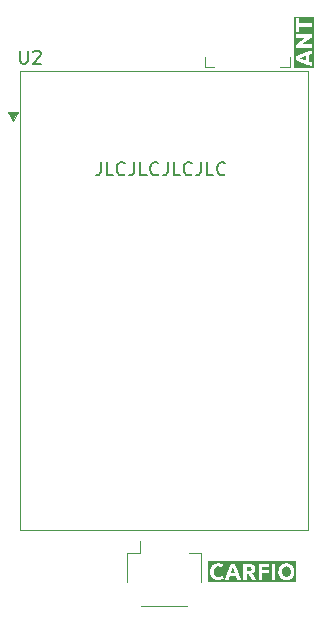
<source format=gbr>
%TF.GenerationSoftware,KiCad,Pcbnew,8.0.5*%
%TF.CreationDate,2024-10-25T02:08:45-07:00*%
%TF.ProjectId,ChungRF,4368756e-6752-4462-9e6b-696361645f70,R3*%
%TF.SameCoordinates,Original*%
%TF.FileFunction,Legend,Top*%
%TF.FilePolarity,Positive*%
%FSLAX46Y46*%
G04 Gerber Fmt 4.6, Leading zero omitted, Abs format (unit mm)*
G04 Created by KiCad (PCBNEW 8.0.5) date 2024-10-25 02:08:45*
%MOMM*%
%LPD*%
G01*
G04 APERTURE LIST*
%ADD10C,0.300000*%
%ADD11C,0.155000*%
%ADD12C,0.120000*%
%ADD13C,0.100000*%
G04 APERTURE END LIST*
D10*
G36*
X175912323Y-109875580D02*
G01*
X175981849Y-109884088D01*
X176049079Y-109906423D01*
X176053310Y-109908394D01*
X176111654Y-109944207D01*
X176163287Y-109995327D01*
X176171814Y-110006306D01*
X176208679Y-110067419D01*
X176234410Y-110133813D01*
X176244003Y-110170018D01*
X176255568Y-110242032D01*
X176259030Y-110314015D01*
X176257852Y-110356616D01*
X176250351Y-110425306D01*
X176234410Y-110493534D01*
X176229602Y-110508280D01*
X176202076Y-110572009D01*
X176163287Y-110630994D01*
X176160380Y-110634558D01*
X176108063Y-110684599D01*
X176049079Y-110719556D01*
X176036234Y-110725117D01*
X175967502Y-110744717D01*
X175896574Y-110750673D01*
X175880524Y-110750399D01*
X175810157Y-110741891D01*
X175743042Y-110719556D01*
X175681151Y-110681857D01*
X175629518Y-110630994D01*
X175621052Y-110619966D01*
X175584402Y-110559058D01*
X175558737Y-110493534D01*
X175549144Y-110457595D01*
X175537579Y-110385903D01*
X175534117Y-110314015D01*
X175535295Y-110272182D01*
X175542797Y-110204197D01*
X175558737Y-110135865D01*
X175563542Y-110120877D01*
X175590975Y-110056419D01*
X175629518Y-109997379D01*
X175632445Y-109993792D01*
X175684719Y-109943217D01*
X175743042Y-109907449D01*
X175755780Y-109901705D01*
X175824607Y-109881459D01*
X175896574Y-109875306D01*
X175912323Y-109875580D01*
G37*
G36*
X171364808Y-109953533D02*
G01*
X171391514Y-110018579D01*
X171411610Y-110069990D01*
X171438018Y-110135523D01*
X171443043Y-110147828D01*
X171468889Y-110213048D01*
X171494096Y-110279479D01*
X171505312Y-110309236D01*
X171530026Y-110375524D01*
X171555303Y-110444295D01*
X171167202Y-110444295D01*
X171178962Y-110412759D01*
X171204197Y-110346245D01*
X171229093Y-110282215D01*
X171234815Y-110267812D01*
X171260247Y-110202905D01*
X171285171Y-110137574D01*
X171305048Y-110085161D01*
X171330649Y-110017895D01*
X171334277Y-110008415D01*
X171360056Y-109944036D01*
X171364808Y-109953533D01*
G37*
G36*
X172654228Y-109897232D02*
G01*
X172730344Y-109901298D01*
X172801530Y-109913620D01*
X172868353Y-109939249D01*
X172890222Y-109953688D01*
X172931735Y-110009040D01*
X172944264Y-110080128D01*
X172942435Y-110110930D01*
X172920570Y-110177261D01*
X172869379Y-110226479D01*
X172831904Y-110243133D01*
X172762020Y-110259830D01*
X172692265Y-110267176D01*
X172621130Y-110269221D01*
X172534620Y-110269221D01*
X172534620Y-109903345D01*
X172584885Y-109899242D01*
X172645066Y-109897191D01*
X172654228Y-109897232D01*
G37*
G36*
X176731564Y-111168839D02*
G01*
X169275958Y-111168839D01*
X169275958Y-110314015D01*
X169431514Y-110314015D01*
X169431684Y-110334810D01*
X169435763Y-110415003D01*
X169445282Y-110490419D01*
X169460239Y-110561059D01*
X169480635Y-110626923D01*
X169513779Y-110702535D01*
X169555421Y-110770685D01*
X169605562Y-110831371D01*
X169616616Y-110842562D01*
X169676536Y-110893192D01*
X169744202Y-110934940D01*
X169819616Y-110967805D01*
X169885525Y-110987701D01*
X169956392Y-111001913D01*
X170032217Y-111010440D01*
X170113001Y-111013283D01*
X170170022Y-111012177D01*
X170241936Y-111007261D01*
X170317220Y-110997031D01*
X170342898Y-110991399D01*
X170676860Y-110991399D01*
X170995890Y-110991399D01*
X170998602Y-110982659D01*
X171020226Y-110915835D01*
X171044103Y-110846758D01*
X171045769Y-110842067D01*
X171070433Y-110774181D01*
X171096078Y-110706904D01*
X171628137Y-110706904D01*
X171629740Y-110710975D01*
X171655578Y-110778732D01*
X171680112Y-110846758D01*
X171683425Y-110856098D01*
X171707002Y-110924875D01*
X171728325Y-110991399D01*
X172057271Y-110991399D01*
X172038160Y-110937121D01*
X172014617Y-110870731D01*
X171991457Y-110805962D01*
X171964173Y-110730375D01*
X171937441Y-110657121D01*
X171911263Y-110586200D01*
X171906970Y-110574595D01*
X171881325Y-110505849D01*
X171855871Y-110438617D01*
X171830611Y-110372901D01*
X171805542Y-110308699D01*
X171776539Y-110235711D01*
X171760136Y-110194855D01*
X171731483Y-110124616D01*
X171702896Y-110055980D01*
X171674374Y-109988948D01*
X171645918Y-109923520D01*
X171629643Y-109886617D01*
X171601009Y-109822577D01*
X171572179Y-109759224D01*
X171543152Y-109696559D01*
X171530696Y-109670142D01*
X172227557Y-109670142D01*
X172227557Y-109903345D01*
X172227557Y-110991399D01*
X172534620Y-110991399D01*
X172534620Y-110531831D01*
X172686441Y-110531831D01*
X172723306Y-110574797D01*
X172765087Y-110628942D01*
X172804923Y-110684251D01*
X172845101Y-110742808D01*
X172847621Y-110746552D01*
X172887393Y-110807449D01*
X172923747Y-110866248D01*
X172926161Y-110870201D01*
X172962045Y-110929165D01*
X172999658Y-110991399D01*
X173344333Y-110991399D01*
X173533768Y-110991399D01*
X173840830Y-110991399D01*
X174658067Y-110991399D01*
X174965129Y-110991399D01*
X174965129Y-110314015D01*
X175217139Y-110314015D01*
X175217346Y-110335396D01*
X175221331Y-110407683D01*
X175230389Y-110476009D01*
X175246952Y-110549249D01*
X175270139Y-110617316D01*
X175287761Y-110657100D01*
X175324276Y-110723494D01*
X175366957Y-110783180D01*
X175415806Y-110836158D01*
X175445532Y-110862568D01*
X175502910Y-110904805D01*
X175565264Y-110940226D01*
X175632596Y-110968830D01*
X175679695Y-110983937D01*
X175752418Y-111000737D01*
X175827630Y-111010504D01*
X175896574Y-111013283D01*
X175949780Y-111011720D01*
X176018702Y-111004774D01*
X176093481Y-110990319D01*
X176165338Y-110968830D01*
X176203605Y-110953780D01*
X176268234Y-110921389D01*
X176327400Y-110882181D01*
X176381102Y-110836158D01*
X176413724Y-110801584D01*
X176457563Y-110744134D01*
X176495289Y-110679977D01*
X176523691Y-110617316D01*
X176530027Y-110600784D01*
X176551280Y-110531424D01*
X176565995Y-110456892D01*
X176573505Y-110387433D01*
X176576008Y-110314015D01*
X176575800Y-110292636D01*
X176571789Y-110220375D01*
X176562673Y-110152107D01*
X176546003Y-110078974D01*
X176522666Y-110011057D01*
X176505135Y-109971157D01*
X176468698Y-109904514D01*
X176425986Y-109844525D01*
X176376999Y-109791189D01*
X176347372Y-109764393D01*
X176290129Y-109721672D01*
X176227856Y-109686038D01*
X176160551Y-109657491D01*
X176113452Y-109642268D01*
X176040729Y-109625339D01*
X175965517Y-109615496D01*
X175896574Y-109612696D01*
X175854460Y-109613790D01*
X175780214Y-109621270D01*
X175707969Y-109635837D01*
X175637725Y-109657491D01*
X175599975Y-109672476D01*
X175535643Y-109704960D01*
X175475963Y-109744531D01*
X175420935Y-109791189D01*
X175387263Y-109826007D01*
X175341760Y-109883778D01*
X175302260Y-109948204D01*
X175272191Y-110011057D01*
X175265525Y-110027547D01*
X175243160Y-110096769D01*
X175227676Y-110171205D01*
X175219773Y-110240614D01*
X175217139Y-110314015D01*
X174965129Y-110314015D01*
X174965129Y-109634581D01*
X174658067Y-109634581D01*
X174658067Y-110991399D01*
X173840830Y-110991399D01*
X173840830Y-110422410D01*
X174380754Y-110422410D01*
X174380754Y-110159800D01*
X173840830Y-110159800D01*
X173840830Y-109897191D01*
X174447432Y-109897191D01*
X174447432Y-109634581D01*
X173533768Y-109634581D01*
X173533768Y-110991399D01*
X173344333Y-110991399D01*
X173335352Y-110973922D01*
X173302487Y-110912166D01*
X173267397Y-110849493D01*
X173257005Y-110831461D01*
X173219877Y-110769780D01*
X173181570Y-110710324D01*
X173173287Y-110697806D01*
X173134317Y-110640659D01*
X173091982Y-110581754D01*
X173050493Y-110527132D01*
X173005471Y-110472676D01*
X173028233Y-110462585D01*
X173090390Y-110428165D01*
X173148666Y-110382624D01*
X173195590Y-110329403D01*
X173214602Y-110299528D01*
X173242959Y-110231714D01*
X173257459Y-110161489D01*
X173261584Y-110091754D01*
X173260946Y-110062915D01*
X173251369Y-109982184D01*
X173230299Y-109910132D01*
X173197737Y-109846760D01*
X173153683Y-109792067D01*
X173098137Y-109746053D01*
X173066225Y-109726132D01*
X172994810Y-109692167D01*
X172927566Y-109669851D01*
X172853293Y-109652978D01*
X172771990Y-109641548D01*
X172701887Y-109636322D01*
X172627285Y-109634581D01*
X172577965Y-109635203D01*
X172506566Y-109637968D01*
X172435457Y-109642445D01*
X172369019Y-109648529D01*
X172297480Y-109657922D01*
X172227557Y-109670142D01*
X171530696Y-109670142D01*
X171513929Y-109634581D01*
X171220202Y-109634581D01*
X171203014Y-109669913D01*
X171173321Y-109732284D01*
X171144119Y-109795342D01*
X171115408Y-109859087D01*
X171087188Y-109923520D01*
X171071170Y-109960711D01*
X171042985Y-110027056D01*
X171014603Y-110095004D01*
X170986025Y-110164556D01*
X170957250Y-110235711D01*
X170953144Y-110246012D01*
X170924210Y-110319294D01*
X170899150Y-110383748D01*
X170875928Y-110444295D01*
X170873849Y-110449717D01*
X170848308Y-110517201D01*
X170822526Y-110586200D01*
X170800848Y-110645139D01*
X170774305Y-110718004D01*
X170747184Y-110793202D01*
X170724144Y-110857648D01*
X170700702Y-110923713D01*
X170676860Y-110991399D01*
X170342898Y-110991399D01*
X170386553Y-110981824D01*
X170442374Y-110965454D01*
X170508242Y-110941409D01*
X170569832Y-110910701D01*
X170485373Y-110673736D01*
X170428269Y-110699382D01*
X170422284Y-110701922D01*
X170355436Y-110724001D01*
X170328408Y-110730540D01*
X170260719Y-110742808D01*
X170211660Y-110748184D01*
X170140698Y-110750673D01*
X170095678Y-110749037D01*
X170025505Y-110738618D01*
X169959470Y-110716479D01*
X169945678Y-110709851D01*
X169887914Y-110673199D01*
X169838081Y-110623471D01*
X169829648Y-110612248D01*
X169794155Y-110550273D01*
X169771061Y-110483618D01*
X169763066Y-110447408D01*
X169753429Y-110376948D01*
X169750544Y-110308202D01*
X169753033Y-110244850D01*
X169762833Y-110175060D01*
X169782003Y-110108509D01*
X169788084Y-110093326D01*
X169821314Y-110029540D01*
X169865778Y-109974127D01*
X169921942Y-109929333D01*
X169985799Y-109898900D01*
X170054529Y-109881205D01*
X170124627Y-109875306D01*
X170170072Y-109876435D01*
X170242953Y-109883624D01*
X170314745Y-109898900D01*
X170330270Y-109903411D01*
X170397870Y-109926767D01*
X170461437Y-109956004D01*
X170550342Y-109716988D01*
X170499051Y-109689633D01*
X170475269Y-109678620D01*
X170410488Y-109655097D01*
X170356648Y-109640291D01*
X170286364Y-109625690D01*
X170272951Y-109623368D01*
X170201650Y-109615184D01*
X170128730Y-109612696D01*
X170055213Y-109615603D01*
X169984431Y-109624322D01*
X169916385Y-109638855D01*
X169851075Y-109659200D01*
X169811970Y-109674801D01*
X169745916Y-109708269D01*
X169685434Y-109748660D01*
X169630523Y-109795976D01*
X169597156Y-109831143D01*
X169552289Y-109889302D01*
X169513644Y-109953953D01*
X169484515Y-110016870D01*
X169481254Y-110025068D01*
X169458894Y-110093184D01*
X169443160Y-110165787D01*
X169434050Y-110242879D01*
X169431514Y-110314015D01*
X169275958Y-110314015D01*
X169275958Y-109457140D01*
X176731564Y-109457140D01*
X176731564Y-111168839D01*
G37*
D11*
X160178163Y-75657320D02*
X160178163Y-76443035D01*
X160178163Y-76443035D02*
X160125782Y-76600178D01*
X160125782Y-76600178D02*
X160021020Y-76704940D01*
X160021020Y-76704940D02*
X159863877Y-76757320D01*
X159863877Y-76757320D02*
X159759115Y-76757320D01*
X161225782Y-76757320D02*
X160701972Y-76757320D01*
X160701972Y-76757320D02*
X160701972Y-75657320D01*
X162221020Y-76652559D02*
X162168639Y-76704940D01*
X162168639Y-76704940D02*
X162011496Y-76757320D01*
X162011496Y-76757320D02*
X161906734Y-76757320D01*
X161906734Y-76757320D02*
X161749591Y-76704940D01*
X161749591Y-76704940D02*
X161644829Y-76600178D01*
X161644829Y-76600178D02*
X161592448Y-76495416D01*
X161592448Y-76495416D02*
X161540067Y-76285892D01*
X161540067Y-76285892D02*
X161540067Y-76128749D01*
X161540067Y-76128749D02*
X161592448Y-75919225D01*
X161592448Y-75919225D02*
X161644829Y-75814463D01*
X161644829Y-75814463D02*
X161749591Y-75709701D01*
X161749591Y-75709701D02*
X161906734Y-75657320D01*
X161906734Y-75657320D02*
X162011496Y-75657320D01*
X162011496Y-75657320D02*
X162168639Y-75709701D01*
X162168639Y-75709701D02*
X162221020Y-75762082D01*
X163006734Y-75657320D02*
X163006734Y-76443035D01*
X163006734Y-76443035D02*
X162954353Y-76600178D01*
X162954353Y-76600178D02*
X162849591Y-76704940D01*
X162849591Y-76704940D02*
X162692448Y-76757320D01*
X162692448Y-76757320D02*
X162587686Y-76757320D01*
X164054353Y-76757320D02*
X163530543Y-76757320D01*
X163530543Y-76757320D02*
X163530543Y-75657320D01*
X165049591Y-76652559D02*
X164997210Y-76704940D01*
X164997210Y-76704940D02*
X164840067Y-76757320D01*
X164840067Y-76757320D02*
X164735305Y-76757320D01*
X164735305Y-76757320D02*
X164578162Y-76704940D01*
X164578162Y-76704940D02*
X164473400Y-76600178D01*
X164473400Y-76600178D02*
X164421019Y-76495416D01*
X164421019Y-76495416D02*
X164368638Y-76285892D01*
X164368638Y-76285892D02*
X164368638Y-76128749D01*
X164368638Y-76128749D02*
X164421019Y-75919225D01*
X164421019Y-75919225D02*
X164473400Y-75814463D01*
X164473400Y-75814463D02*
X164578162Y-75709701D01*
X164578162Y-75709701D02*
X164735305Y-75657320D01*
X164735305Y-75657320D02*
X164840067Y-75657320D01*
X164840067Y-75657320D02*
X164997210Y-75709701D01*
X164997210Y-75709701D02*
X165049591Y-75762082D01*
X165835305Y-75657320D02*
X165835305Y-76443035D01*
X165835305Y-76443035D02*
X165782924Y-76600178D01*
X165782924Y-76600178D02*
X165678162Y-76704940D01*
X165678162Y-76704940D02*
X165521019Y-76757320D01*
X165521019Y-76757320D02*
X165416257Y-76757320D01*
X166882924Y-76757320D02*
X166359114Y-76757320D01*
X166359114Y-76757320D02*
X166359114Y-75657320D01*
X167878162Y-76652559D02*
X167825781Y-76704940D01*
X167825781Y-76704940D02*
X167668638Y-76757320D01*
X167668638Y-76757320D02*
X167563876Y-76757320D01*
X167563876Y-76757320D02*
X167406733Y-76704940D01*
X167406733Y-76704940D02*
X167301971Y-76600178D01*
X167301971Y-76600178D02*
X167249590Y-76495416D01*
X167249590Y-76495416D02*
X167197209Y-76285892D01*
X167197209Y-76285892D02*
X167197209Y-76128749D01*
X167197209Y-76128749D02*
X167249590Y-75919225D01*
X167249590Y-75919225D02*
X167301971Y-75814463D01*
X167301971Y-75814463D02*
X167406733Y-75709701D01*
X167406733Y-75709701D02*
X167563876Y-75657320D01*
X167563876Y-75657320D02*
X167668638Y-75657320D01*
X167668638Y-75657320D02*
X167825781Y-75709701D01*
X167825781Y-75709701D02*
X167878162Y-75762082D01*
X168663876Y-75657320D02*
X168663876Y-76443035D01*
X168663876Y-76443035D02*
X168611495Y-76600178D01*
X168611495Y-76600178D02*
X168506733Y-76704940D01*
X168506733Y-76704940D02*
X168349590Y-76757320D01*
X168349590Y-76757320D02*
X168244828Y-76757320D01*
X169711495Y-76757320D02*
X169187685Y-76757320D01*
X169187685Y-76757320D02*
X169187685Y-75657320D01*
X170706733Y-76652559D02*
X170654352Y-76704940D01*
X170654352Y-76704940D02*
X170497209Y-76757320D01*
X170497209Y-76757320D02*
X170392447Y-76757320D01*
X170392447Y-76757320D02*
X170235304Y-76704940D01*
X170235304Y-76704940D02*
X170130542Y-76600178D01*
X170130542Y-76600178D02*
X170078161Y-76495416D01*
X170078161Y-76495416D02*
X170025780Y-76285892D01*
X170025780Y-76285892D02*
X170025780Y-76128749D01*
X170025780Y-76128749D02*
X170078161Y-75919225D01*
X170078161Y-75919225D02*
X170130542Y-75814463D01*
X170130542Y-75814463D02*
X170235304Y-75709701D01*
X170235304Y-75709701D02*
X170392447Y-75657320D01*
X170392447Y-75657320D02*
X170497209Y-75657320D01*
X170497209Y-75657320D02*
X170654352Y-75709701D01*
X170654352Y-75709701D02*
X170706733Y-75762082D01*
D10*
G36*
X177514896Y-67038045D02*
G01*
X177483360Y-67026284D01*
X177416846Y-67001050D01*
X177352816Y-66976154D01*
X177338413Y-66970432D01*
X177273506Y-66945000D01*
X177208175Y-66920076D01*
X177155762Y-66900198D01*
X177088496Y-66874598D01*
X177079016Y-66870969D01*
X177014637Y-66845191D01*
X177024134Y-66840438D01*
X177089180Y-66813732D01*
X177140591Y-66793637D01*
X177206124Y-66767229D01*
X177218429Y-66762204D01*
X177283649Y-66736358D01*
X177350080Y-66711150D01*
X177379837Y-66699935D01*
X177446125Y-66675221D01*
X177514896Y-66649943D01*
X177514896Y-67038045D01*
G37*
G36*
X178217556Y-67683943D02*
G01*
X176549626Y-67683943D01*
X176549626Y-66691318D01*
X176705182Y-66691318D01*
X176705182Y-66845191D01*
X176705182Y-66985044D01*
X176740514Y-67002232D01*
X176802885Y-67031925D01*
X176865943Y-67061127D01*
X176929688Y-67089839D01*
X176994121Y-67118059D01*
X177031312Y-67134077D01*
X177097657Y-67162262D01*
X177165605Y-67190644D01*
X177235157Y-67219222D01*
X177306312Y-67247996D01*
X177316613Y-67252103D01*
X177389895Y-67281036D01*
X177454349Y-67306097D01*
X177520318Y-67331397D01*
X177587802Y-67356939D01*
X177656801Y-67382721D01*
X177715740Y-67404399D01*
X177788605Y-67430942D01*
X177863803Y-67458062D01*
X177928249Y-67481103D01*
X177994314Y-67504545D01*
X178062000Y-67528387D01*
X178062000Y-67209357D01*
X178053260Y-67206644D01*
X177986436Y-67185021D01*
X177917359Y-67161143D01*
X177912668Y-67159478D01*
X177844782Y-67134814D01*
X177777505Y-67109169D01*
X177777505Y-66577110D01*
X177781576Y-66575506D01*
X177849333Y-66549669D01*
X177917359Y-66525135D01*
X177926699Y-66521821D01*
X177995476Y-66498244D01*
X178062000Y-66476922D01*
X178062000Y-66147975D01*
X178007722Y-66167086D01*
X177941332Y-66190630D01*
X177876563Y-66213789D01*
X177800976Y-66241074D01*
X177727722Y-66267805D01*
X177656801Y-66293984D01*
X177645196Y-66298277D01*
X177576450Y-66323922D01*
X177509218Y-66349375D01*
X177443502Y-66374636D01*
X177379300Y-66399705D01*
X177306312Y-66428708D01*
X177265456Y-66445110D01*
X177195217Y-66473763D01*
X177126581Y-66502351D01*
X177059549Y-66530873D01*
X176994121Y-66559329D01*
X176957218Y-66575603D01*
X176893178Y-66604237D01*
X176829825Y-66633068D01*
X176767160Y-66662095D01*
X176705182Y-66691318D01*
X176549626Y-66691318D01*
X176549626Y-65109162D01*
X176705182Y-65109162D01*
X177502586Y-65109162D01*
X177462791Y-65136065D01*
X177401972Y-65177773D01*
X177339801Y-65221104D01*
X177283402Y-65260983D01*
X177240863Y-65291281D01*
X177185041Y-65331790D01*
X177123468Y-65377516D01*
X177063193Y-65423404D01*
X177030269Y-65448876D01*
X176972564Y-65494389D01*
X176916860Y-65539469D01*
X176863158Y-65584116D01*
X176812783Y-65627273D01*
X176757531Y-65677081D01*
X176705182Y-65727731D01*
X176705182Y-65977689D01*
X178062000Y-65977689D01*
X178062000Y-65674388D01*
X177176033Y-65674388D01*
X177201264Y-65652795D01*
X177265208Y-65599491D01*
X177330387Y-65547155D01*
X177396801Y-65495787D01*
X177464451Y-65445387D01*
X177533337Y-65395956D01*
X177603458Y-65347494D01*
X177631776Y-65328387D01*
X177702771Y-65281355D01*
X177774049Y-65235375D01*
X177845611Y-65190447D01*
X177917456Y-65146571D01*
X177989586Y-65103746D01*
X178062000Y-65061974D01*
X178062000Y-64803809D01*
X176705182Y-64803809D01*
X176705182Y-65109162D01*
X176549626Y-65109162D01*
X176549626Y-64614716D01*
X176705182Y-64614716D01*
X176967792Y-64614716D01*
X176967792Y-64203021D01*
X178062000Y-64203021D01*
X178062000Y-63895617D01*
X176967792Y-63895617D01*
X176967792Y-63484263D01*
X176705182Y-63484263D01*
X176705182Y-64614716D01*
X176549626Y-64614716D01*
X176549626Y-63328707D01*
X178217556Y-63328707D01*
X178217556Y-67683943D01*
G37*
D11*
X153361904Y-66200820D02*
X153361904Y-67091297D01*
X153361904Y-67091297D02*
X153414285Y-67196059D01*
X153414285Y-67196059D02*
X153466666Y-67248440D01*
X153466666Y-67248440D02*
X153571428Y-67300820D01*
X153571428Y-67300820D02*
X153780952Y-67300820D01*
X153780952Y-67300820D02*
X153885714Y-67248440D01*
X153885714Y-67248440D02*
X153938095Y-67196059D01*
X153938095Y-67196059D02*
X153990476Y-67091297D01*
X153990476Y-67091297D02*
X153990476Y-66200820D01*
X154461904Y-66305582D02*
X154514285Y-66253201D01*
X154514285Y-66253201D02*
X154619047Y-66200820D01*
X154619047Y-66200820D02*
X154880952Y-66200820D01*
X154880952Y-66200820D02*
X154985714Y-66253201D01*
X154985714Y-66253201D02*
X155038095Y-66305582D01*
X155038095Y-66305582D02*
X155090476Y-66410344D01*
X155090476Y-66410344D02*
X155090476Y-66515106D01*
X155090476Y-66515106D02*
X155038095Y-66672249D01*
X155038095Y-66672249D02*
X154409523Y-67300820D01*
X154409523Y-67300820D02*
X155090476Y-67300820D01*
D12*
%TO.C,J1*%
X162439082Y-108715000D02*
X163489082Y-108715000D01*
X162439082Y-111215000D02*
X162439082Y-108715000D01*
X163489082Y-108715000D02*
X163489082Y-107725000D01*
X163609082Y-113185000D02*
X167489082Y-113185000D01*
X168659082Y-108715000D02*
X167609082Y-108715000D01*
X168659082Y-111215000D02*
X168659082Y-108715000D01*
%TO.C,U2*%
X153349082Y-106811410D02*
X177749082Y-106811410D01*
X177749082Y-67911410D01*
X153349082Y-67911410D01*
X153349082Y-106811410D01*
D13*
X152749082Y-72161410D02*
X152349082Y-71361410D01*
X153149082Y-71361410D01*
X152749082Y-72161410D01*
G36*
X152749082Y-72161410D02*
G01*
X152349082Y-71361410D01*
X153149082Y-71361410D01*
X152749082Y-72161410D01*
G37*
D12*
%TO.C,J2*%
X168964984Y-66745227D02*
X168964984Y-67580000D01*
X168964984Y-67580000D02*
X169799757Y-67580000D01*
X175330211Y-67580000D02*
X176164984Y-67580000D01*
X176164984Y-67580000D02*
X176164984Y-66745227D01*
%TD*%
M02*

</source>
